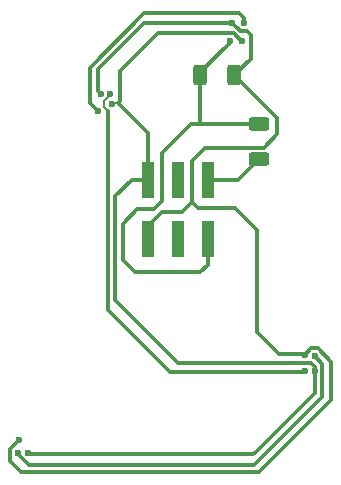
<source format=gbr>
%TF.GenerationSoftware,KiCad,Pcbnew,9.99.0-unknown-1.20250504git96522c4.fc41*%
%TF.CreationDate,2025-06-08T18:15:19+01:00*%
%TF.ProjectId,tr25-sao-r1,74723235-2d73-4616-9f2d-72312e6b6963,rev?*%
%TF.SameCoordinates,Original*%
%TF.FileFunction,Copper,L2,Bot*%
%TF.FilePolarity,Positive*%
%FSLAX46Y46*%
G04 Gerber Fmt 4.6, Leading zero omitted, Abs format (unit mm)*
G04 Created by KiCad (PCBNEW 9.99.0-unknown-1.20250504git96522c4.fc41) date 2025-06-08 18:15:19*
%MOMM*%
%LPD*%
G01*
G04 APERTURE LIST*
G04 Aperture macros list*
%AMRoundRect*
0 Rectangle with rounded corners*
0 $1 Rounding radius*
0 $2 $3 $4 $5 $6 $7 $8 $9 X,Y pos of 4 corners*
0 Add a 4 corners polygon primitive as box body*
4,1,4,$2,$3,$4,$5,$6,$7,$8,$9,$2,$3,0*
0 Add four circle primitives for the rounded corners*
1,1,$1+$1,$2,$3*
1,1,$1+$1,$4,$5*
1,1,$1+$1,$6,$7*
1,1,$1+$1,$8,$9*
0 Add four rect primitives between the rounded corners*
20,1,$1+$1,$2,$3,$4,$5,0*
20,1,$1+$1,$4,$5,$6,$7,0*
20,1,$1+$1,$6,$7,$8,$9,0*
20,1,$1+$1,$8,$9,$2,$3,0*%
G04 Aperture macros list end*
%TA.AperFunction,SMDPad,CuDef*%
%ADD10RoundRect,0.250000X-0.625000X0.312500X-0.625000X-0.312500X0.625000X-0.312500X0.625000X0.312500X0*%
%TD*%
%TA.AperFunction,SMDPad,CuDef*%
%ADD11RoundRect,0.250000X0.312500X0.625000X-0.312500X0.625000X-0.312500X-0.625000X0.312500X-0.625000X0*%
%TD*%
%TA.AperFunction,SMDPad,CuDef*%
%ADD12R,1.000000X3.150000*%
%TD*%
%TA.AperFunction,ViaPad*%
%ADD13C,0.600000*%
%TD*%
%TA.AperFunction,Conductor*%
%ADD14C,0.300000*%
%TD*%
%TA.AperFunction,Conductor*%
%ADD15C,0.200000*%
%TD*%
G04 APERTURE END LIST*
D10*
%TO.P,R2,1*%
%TO.N,/IO2*%
X56300000Y-63862500D03*
%TO.P,R2,2*%
%TO.N,/IO1*%
X56300000Y-66787500D03*
%TD*%
D11*
%TO.P,R1,1*%
%TO.N,GND*%
X54212500Y-59725000D03*
%TO.P,R1,2*%
%TO.N,/IO2*%
X51287500Y-59725000D03*
%TD*%
D12*
%TO.P,J1,1,Pin_1*%
%TO.N,+3V3*%
X46860000Y-68575000D03*
%TO.P,J1,2,Pin_2*%
%TO.N,GND*%
X46860000Y-73625000D03*
%TO.P,J1,3,Pin_3*%
%TO.N,unconnected-(J1-Pin_3-Pad3)*%
X49400000Y-68575000D03*
%TO.P,J1,4,Pin_4*%
%TO.N,unconnected-(J1-Pin_4-Pad4)*%
X49400000Y-73625000D03*
%TO.P,J1,5,Pin_5*%
%TO.N,/IO1*%
X51940000Y-68575000D03*
%TO.P,J1,6,Pin_6*%
%TO.N,/IO2*%
X51940000Y-73625000D03*
%TD*%
D13*
%TO.N,/D1-DOUT*%
X42675000Y-62750000D03*
%TO.N,GND*%
X36000000Y-90600000D03*
%TO.N,/D3-DOUT*%
X35900000Y-91700000D03*
%TO.N,+3V3*%
X36700000Y-91700000D03*
%TO.N,/D3-DOUT*%
X61000000Y-83500000D03*
%TO.N,GND*%
X60200000Y-83450000D03*
%TO.N,+3V3*%
X61000000Y-84800000D03*
%TO.N,/D2-DOUT*%
X60201562Y-84750000D03*
%TO.N,+3V3*%
X43846165Y-62184943D03*
%TO.N,GND*%
X42900000Y-61300000D03*
%TO.N,/D2-DOUT*%
X43700003Y-61300000D03*
%TO.N,/IO2*%
X53800000Y-56800000D03*
%TO.N,+3V3*%
X54825000Y-56800000D03*
%TO.N,/D1-DOUT*%
X55000000Y-55300000D03*
%TO.N,GND*%
X53975000Y-55325000D03*
%TD*%
D14*
%TO.N,/D3-DOUT*%
X61000000Y-83500000D02*
X61651000Y-84151000D01*
X61651000Y-84151000D02*
X61651000Y-86949000D01*
X61651000Y-86949000D02*
X55900000Y-92700000D01*
X55900000Y-92700000D02*
X36779346Y-92700000D01*
X36779346Y-92700000D02*
X35900000Y-91820654D01*
X35900000Y-91820654D02*
X35900000Y-91700000D01*
%TO.N,+3V3*%
X46860000Y-68575000D02*
X45525000Y-68575000D01*
X45525000Y-68575000D02*
X44100000Y-70000000D01*
X44100000Y-70000000D02*
X44100000Y-78800000D01*
X49400000Y-84100000D02*
X60700000Y-84100000D01*
X44100000Y-78800000D02*
X49400000Y-84100000D01*
X60700000Y-84100000D02*
X61000000Y-84400000D01*
X61000000Y-84400000D02*
X61000000Y-84800000D01*
%TO.N,/IO2*%
X51287500Y-59725000D02*
X51300000Y-59737500D01*
X51300000Y-59737500D02*
X51300000Y-63862500D01*
X51940000Y-73625000D02*
X51940000Y-75760000D01*
X51300000Y-76400000D02*
X45800000Y-76400000D01*
X46000000Y-71100000D02*
X47400000Y-71100000D01*
X51940000Y-75760000D02*
X51300000Y-76400000D01*
X48100000Y-66300000D02*
X50537500Y-63862500D01*
X45800000Y-76400000D02*
X44800000Y-75400000D01*
X47400000Y-71100000D02*
X48100000Y-70400000D01*
X50537500Y-63862500D02*
X51537500Y-63862500D01*
X44800000Y-75400000D02*
X44800000Y-72300000D01*
X44800000Y-72300000D02*
X46000000Y-71100000D01*
X48100000Y-70400000D02*
X48100000Y-66300000D01*
%TO.N,/D1-DOUT*%
X55000000Y-55300000D02*
X55000000Y-54900000D01*
X55000000Y-54900000D02*
X54600000Y-54500000D01*
X54600000Y-54500000D02*
X46550058Y-54500000D01*
X46550058Y-54500000D02*
X41950000Y-59100058D01*
X41950000Y-59100058D02*
X41950000Y-62050000D01*
X41950000Y-62050000D02*
X42650000Y-62750000D01*
%TO.N,+3V3*%
X44363235Y-62111765D02*
X44550000Y-61925000D01*
X44550000Y-61925000D02*
X44550000Y-59350000D01*
X44550000Y-59350000D02*
X47751000Y-56149000D01*
X47751000Y-56149000D02*
X54146826Y-56149000D01*
X54146826Y-56149000D02*
X54797827Y-56800000D01*
X54797827Y-56800000D02*
X54825000Y-56800000D01*
%TO.N,GND*%
X53975000Y-55325000D02*
X54025000Y-55325000D01*
X54025000Y-55325000D02*
X54348000Y-55648000D01*
X55250000Y-56000000D02*
X55600000Y-56350000D01*
X54348000Y-55648000D02*
X54354348Y-55648000D01*
X54706347Y-56000000D02*
X55250000Y-56000000D01*
X54354348Y-55648000D02*
X54354347Y-55648000D01*
X55600000Y-56350000D02*
X55600000Y-58337500D01*
X54354348Y-55648000D02*
X54647827Y-55941479D01*
X54647827Y-55941479D02*
X54647827Y-55941480D01*
X55600000Y-58337500D02*
X54212500Y-59725000D01*
X54647827Y-55941480D02*
X54706347Y-56000000D01*
%TO.N,/IO2*%
X53800000Y-56800000D02*
X53800000Y-56975000D01*
X53800000Y-56975000D02*
X51287500Y-59487500D01*
X51287500Y-59487500D02*
X51287500Y-59725000D01*
D15*
%TO.N,+3V3*%
X43846165Y-62184943D02*
X43846165Y-62129220D01*
X43846165Y-62129220D02*
X43863620Y-62111765D01*
X43863620Y-62111765D02*
X44363235Y-62111765D01*
%TO.N,/D2-DOUT*%
X43700003Y-61300000D02*
X43700003Y-61424997D01*
X43700003Y-61424997D02*
X43614235Y-61510765D01*
X43614235Y-61510765D02*
X43612822Y-61510765D01*
X43612822Y-61510765D02*
X43200000Y-61923587D01*
X43200000Y-61923587D02*
X43200000Y-62425057D01*
X43200000Y-62425057D02*
X43525000Y-62750057D01*
D14*
X60126562Y-84825000D02*
X48775000Y-84825000D01*
X60201562Y-84750000D02*
X60126562Y-84825000D01*
X48775000Y-84825000D02*
X43525000Y-79575000D01*
X43525000Y-79575000D02*
X43525000Y-62750057D01*
%TO.N,GND*%
X42675000Y-59225000D02*
X46575000Y-55325000D01*
X42900000Y-61300000D02*
X42675000Y-61075000D01*
X42675000Y-61075000D02*
X42675000Y-59225000D01*
X46575000Y-55325000D02*
X53975000Y-55325000D01*
X36100000Y-93300000D02*
X35200000Y-92400000D01*
X56300000Y-93300000D02*
X49800000Y-93300000D01*
X62400000Y-83979346D02*
X62400000Y-87200000D01*
X61269654Y-82849000D02*
X62400000Y-83979346D01*
X60730346Y-82849000D02*
X61269654Y-82849000D01*
X35200000Y-92400000D02*
X35200000Y-91400000D01*
X49800000Y-93300000D02*
X36100000Y-93300000D01*
X60200000Y-83379346D02*
X60730346Y-82849000D01*
X60200000Y-83450000D02*
X60200000Y-83379346D01*
X62400000Y-87200000D02*
X56300000Y-93300000D01*
X35200000Y-91400000D02*
X36000000Y-90600000D01*
%TO.N,+3V3*%
X36800000Y-91800000D02*
X36700000Y-91700000D01*
X55800000Y-91800000D02*
X36800000Y-91800000D01*
X56000000Y-91600000D02*
X55800000Y-91800000D01*
X61000000Y-84800000D02*
X61000000Y-86600000D01*
X61000000Y-86600000D02*
X56000000Y-91600000D01*
%TO.N,GND*%
X60200000Y-83450000D02*
X60100000Y-83350000D01*
X57950000Y-83350000D02*
X56100000Y-81500000D01*
X60100000Y-83350000D02*
X57950000Y-83350000D01*
X56100000Y-81500000D02*
X56100000Y-72800000D01*
X56100000Y-72800000D02*
X54300000Y-71000000D01*
X54300000Y-71000000D02*
X51100000Y-71000000D01*
X51100000Y-71000000D02*
X50600000Y-70500000D01*
X54212500Y-59725000D02*
X57825000Y-63337500D01*
X57825000Y-63337500D02*
X57825000Y-64750000D01*
X57825000Y-64750000D02*
X56701000Y-65874000D01*
X56701000Y-65874000D02*
X51726000Y-65874000D01*
X51726000Y-65874000D02*
X50600000Y-67000000D01*
X50600000Y-67000000D02*
X50600000Y-70500000D01*
X50600000Y-70500000D02*
X49800000Y-71300000D01*
X46900000Y-72500000D02*
X46900000Y-73585000D01*
X49800000Y-71300000D02*
X48100000Y-71300000D01*
X48100000Y-71300000D02*
X46900000Y-72500000D01*
X46900000Y-73585000D02*
X46860000Y-73625000D01*
%TO.N,/IO2*%
X54200000Y-63862500D02*
X56300000Y-63862500D01*
X51537500Y-63862500D02*
X54200000Y-63862500D01*
%TO.N,+3V3*%
X46860000Y-68575000D02*
X46860000Y-64608530D01*
X46860000Y-64608530D02*
X44363235Y-62111765D01*
%TO.N,/IO1*%
X51940000Y-68575000D02*
X54512500Y-68575000D01*
X54512500Y-68575000D02*
X56300000Y-66787500D01*
%TD*%
M02*

</source>
